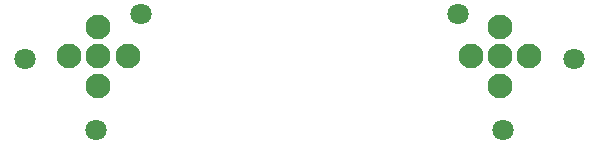
<source format=gbr>
G04 EasyPC Gerber Version 21.0.3 Build 4286 *
G04 #@! TF.Part,Single*
G04 #@! TF.FileFunction,Soldermask,Bot *
G04 #@! TF.FilePolarity,Negative *
%FSLAX35Y35*%
%MOMM*%
G04 #@! TA.AperFunction,ComponentPad*
%ADD73C,1.80000*%
%ADD74C,2.10000*%
X0Y0D02*
D02*
D73*
X500420Y1097930D03*
X1101460Y496890D03*
X1479760Y1476230D03*
X4166980D03*
X4545280Y496890D03*
X5146320Y1097930D03*
D02*
D74*
X875900Y1119140D03*
X1123380Y871650D03*
Y1119140D03*
Y1366630D03*
X1370870Y1119140D03*
X4275870D03*
X4523360Y871650D03*
Y1119140D03*
Y1366630D03*
X4770840Y1119140D03*
X0Y0D02*
M02*

</source>
